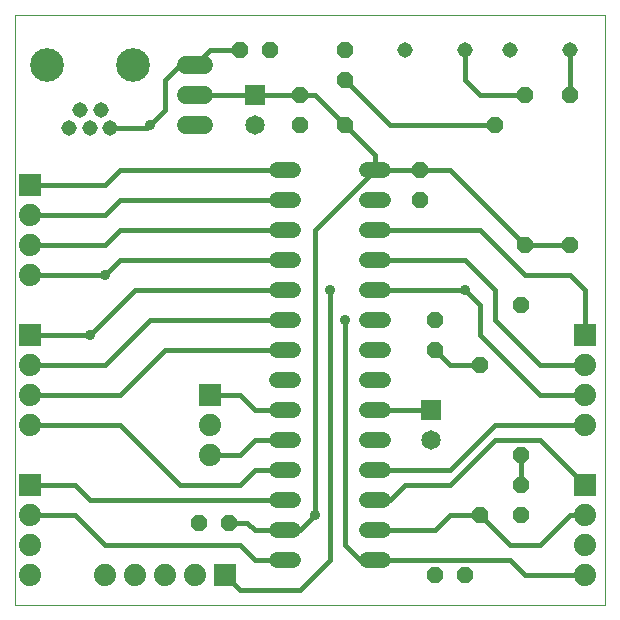
<source format=gtl>
G75*
G70*
%OFA0B0*%
%FSLAX24Y24*%
%IPPOS*%
%LPD*%
%AMOC8*
5,1,8,0,0,1.08239X$1,22.5*
%
%ADD10C,0.0000*%
%ADD11R,0.0740X0.0740*%
%ADD12C,0.0740*%
%ADD13OC8,0.0520*%
%ADD14R,0.0650X0.0650*%
%ADD15C,0.0650*%
%ADD16C,0.0600*%
%ADD17C,0.0515*%
%ADD18C,0.1122*%
%ADD19C,0.0520*%
%ADD20C,0.0160*%
%ADD21C,0.0356*%
D10*
X000181Y000181D02*
X000181Y019866D01*
X019866Y019866D01*
X019866Y000181D01*
X000181Y000181D01*
D11*
X000681Y004181D03*
X000681Y009181D03*
X000681Y014181D03*
X006681Y007181D03*
X007181Y001181D03*
X019181Y004181D03*
X019181Y009181D03*
D12*
X019181Y008181D03*
X019181Y007181D03*
X019181Y006181D03*
X019181Y003181D03*
X019181Y002181D03*
X019181Y001181D03*
X006681Y005181D03*
X006681Y006181D03*
X006181Y001181D03*
X005181Y001181D03*
X004181Y001181D03*
X003181Y001181D03*
X000681Y001181D03*
X000681Y002181D03*
X000681Y003181D03*
X000681Y006181D03*
X000681Y007181D03*
X000681Y008181D03*
X000681Y011181D03*
X000681Y012181D03*
X000681Y013181D03*
D13*
X007681Y018681D03*
X008681Y018681D03*
X009681Y017181D03*
X009681Y016181D03*
X011181Y016181D03*
X011181Y017681D03*
X011181Y018681D03*
X013681Y014681D03*
X013681Y013681D03*
X016181Y016181D03*
X017181Y017181D03*
X018681Y017181D03*
X018681Y012181D03*
X017181Y012181D03*
X017056Y010181D03*
X015681Y008181D03*
X014181Y008681D03*
X014181Y009681D03*
X017056Y005181D03*
X017056Y004181D03*
X017056Y003181D03*
X015681Y003181D03*
X015181Y001181D03*
X014181Y001181D03*
X007306Y002931D03*
X006306Y002931D03*
D14*
X014056Y006681D03*
X008181Y017181D03*
D15*
X008181Y016181D03*
X014056Y005681D03*
D16*
X006481Y016181D02*
X005881Y016181D01*
X005881Y017181D02*
X006481Y017181D01*
X006481Y018181D02*
X005881Y018181D01*
D17*
X003351Y016081D03*
X002681Y016081D03*
X002351Y016701D03*
X001981Y016081D03*
X003041Y016701D03*
X013181Y018681D03*
X015181Y018681D03*
X016681Y018681D03*
X018681Y018681D03*
D18*
X004118Y018181D03*
X001244Y018181D03*
D19*
X008921Y014681D02*
X009441Y014681D01*
X009441Y013681D02*
X008921Y013681D01*
X008921Y012681D02*
X009441Y012681D01*
X009441Y011681D02*
X008921Y011681D01*
X008921Y010681D02*
X009441Y010681D01*
X009441Y009681D02*
X008921Y009681D01*
X008921Y008681D02*
X009441Y008681D01*
X009441Y007681D02*
X008921Y007681D01*
X008921Y006681D02*
X009441Y006681D01*
X009441Y005681D02*
X008921Y005681D01*
X008921Y004681D02*
X009441Y004681D01*
X009441Y003681D02*
X008921Y003681D01*
X008921Y002681D02*
X009441Y002681D01*
X009441Y001681D02*
X008921Y001681D01*
X011921Y001681D02*
X012441Y001681D01*
X012441Y002681D02*
X011921Y002681D01*
X011921Y003681D02*
X012441Y003681D01*
X012441Y004681D02*
X011921Y004681D01*
X011921Y005681D02*
X012441Y005681D01*
X012441Y006681D02*
X011921Y006681D01*
X011921Y007681D02*
X012441Y007681D01*
X012441Y008681D02*
X011921Y008681D01*
X011921Y009681D02*
X012441Y009681D01*
X012441Y010681D02*
X011921Y010681D01*
X011921Y011681D02*
X012441Y011681D01*
X012441Y012681D02*
X011921Y012681D01*
X011921Y013681D02*
X012441Y013681D01*
X012441Y014681D02*
X011921Y014681D01*
D20*
X012181Y014681D02*
X010181Y012681D01*
X010181Y003181D01*
X009681Y002681D01*
X008181Y002681D01*
X007931Y002931D01*
X007306Y002931D01*
X007681Y002181D02*
X003181Y002181D01*
X002181Y003181D01*
X000681Y003181D01*
X000681Y004181D02*
X002181Y004181D01*
X002681Y003681D01*
X009181Y003681D01*
X009181Y004681D02*
X008181Y004681D01*
X007681Y004181D01*
X005681Y004181D01*
X003681Y006181D01*
X000681Y006181D01*
X000681Y007181D02*
X003681Y007181D01*
X005181Y008681D01*
X009181Y008681D01*
X009181Y009681D02*
X004681Y009681D01*
X003181Y008181D01*
X000681Y008181D01*
X000681Y009181D02*
X002681Y009181D01*
X004181Y010681D01*
X009181Y010681D01*
X009181Y011681D02*
X003681Y011681D01*
X003181Y011181D01*
X000681Y011181D01*
X000681Y012181D02*
X003181Y012181D01*
X003681Y012681D01*
X009181Y012681D01*
X009181Y013681D02*
X003681Y013681D01*
X003181Y013181D01*
X000681Y013181D01*
X000681Y014181D02*
X003181Y014181D01*
X003681Y014681D01*
X009181Y014681D01*
X011181Y016181D02*
X012181Y015181D01*
X012181Y014681D01*
X013681Y014681D01*
X014681Y014681D01*
X017181Y012181D01*
X018681Y012181D01*
X018681Y011181D02*
X019181Y010681D01*
X019181Y009181D01*
X019181Y008181D02*
X017681Y008181D01*
X016181Y009681D01*
X016181Y010681D01*
X015181Y011681D01*
X012181Y011681D01*
X012181Y010681D02*
X015181Y010681D01*
X015681Y010181D01*
X015681Y009181D01*
X017681Y007181D01*
X019181Y007181D01*
X019181Y006181D02*
X016181Y006181D01*
X014681Y004681D01*
X012181Y004681D01*
X012181Y003681D02*
X012681Y003681D01*
X013181Y004181D01*
X014681Y004181D01*
X016181Y005681D01*
X017681Y005681D01*
X019181Y004181D01*
X019181Y003181D02*
X018681Y003181D01*
X017681Y002181D01*
X016681Y002181D01*
X015681Y003181D01*
X014681Y003181D01*
X014181Y002681D01*
X012181Y002681D01*
X012181Y001681D02*
X011681Y001681D01*
X011181Y002181D01*
X011181Y009681D01*
X010681Y010681D02*
X010681Y001681D01*
X009681Y000681D01*
X007681Y000681D01*
X007181Y001181D01*
X007681Y002181D02*
X008181Y001681D01*
X009181Y001681D01*
X012181Y001681D02*
X016681Y001681D01*
X017181Y001181D01*
X019181Y001181D01*
X017056Y004181D02*
X017056Y005181D01*
X015681Y008181D02*
X014681Y008181D01*
X014181Y008681D01*
X014056Y006681D02*
X012181Y006681D01*
X009181Y006681D02*
X008181Y006681D01*
X007681Y007181D01*
X006681Y007181D01*
X008181Y005681D02*
X009181Y005681D01*
X008181Y005681D02*
X007681Y005181D01*
X006681Y005181D01*
X012181Y012681D02*
X015681Y012681D01*
X017181Y011181D01*
X018681Y011181D01*
X016181Y016181D02*
X012681Y016181D01*
X011181Y017681D01*
X010181Y017181D02*
X011181Y016181D01*
X010181Y017181D02*
X008181Y017181D01*
X006181Y017181D01*
X006181Y018181D02*
X005681Y018181D01*
X005181Y017681D01*
X005181Y016681D01*
X004681Y016181D01*
X004581Y016081D01*
X003351Y016081D01*
X006181Y018181D02*
X006681Y018681D01*
X007681Y018681D01*
X006681Y018681D01*
X006181Y018181D01*
X015181Y017681D02*
X015681Y017181D01*
X017181Y017181D01*
X018681Y017181D02*
X018681Y018681D01*
X015181Y018681D02*
X015181Y017681D01*
D21*
X009181Y014681D03*
X010681Y010681D03*
X011181Y009681D03*
X015181Y010681D03*
X010181Y003181D03*
X002681Y009181D03*
X003181Y011181D03*
X004681Y016181D03*
M02*

</source>
